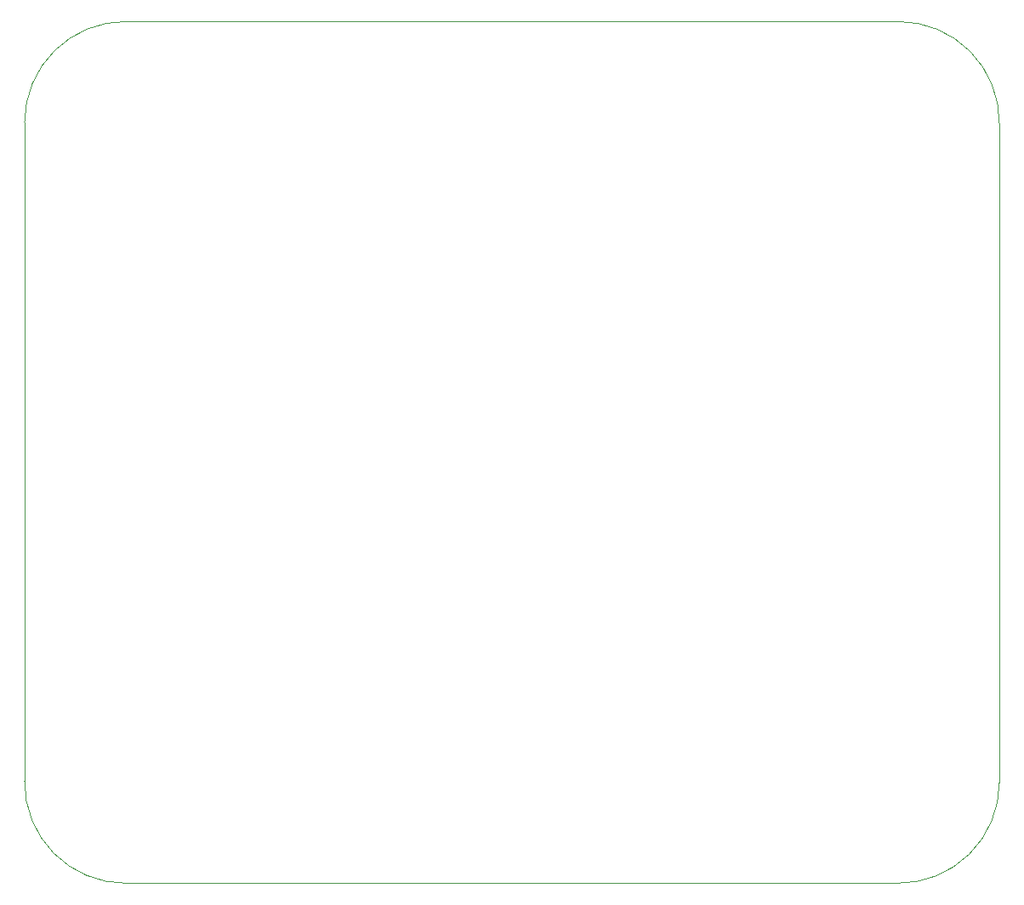
<source format=gbr>
G04 #@! TF.GenerationSoftware,KiCad,Pcbnew,(5.1.9)-1*
G04 #@! TF.CreationDate,2021-03-27T19:24:18-07:00*
G04 #@! TF.ProjectId,attiny_audio_spectrum_bar_graph,61747469-6e79-45f6-9175-64696f5f7370,rev?*
G04 #@! TF.SameCoordinates,Original*
G04 #@! TF.FileFunction,Profile,NP*
%FSLAX46Y46*%
G04 Gerber Fmt 4.6, Leading zero omitted, Abs format (unit mm)*
G04 Created by KiCad (PCBNEW (5.1.9)-1) date 2021-03-27 19:24:18*
%MOMM*%
%LPD*%
G01*
G04 APERTURE LIST*
G04 #@! TA.AperFunction,Profile*
%ADD10C,0.050000*%
G04 #@! TD*
G04 APERTURE END LIST*
D10*
X184277000Y-112649000D02*
X184276999Y-46989999D01*
X87249000Y-112522000D02*
X87248197Y-46863001D01*
X184277000Y-112649000D02*
G75*
G02*
X174116198Y-122682000I-10033803J-1D01*
G01*
X174117000Y-122682000D02*
X97282001Y-122682803D01*
X97282001Y-122682803D02*
G75*
G02*
X87249001Y-112522001I-1J10033803D01*
G01*
X97408999Y-36830001D02*
X174243999Y-36829197D01*
X174243999Y-36829197D02*
G75*
G02*
X184276999Y-46989999I1J-10033803D01*
G01*
X87248197Y-46863001D02*
G75*
G02*
X97408999Y-36830001I10033803J1D01*
G01*
M02*

</source>
